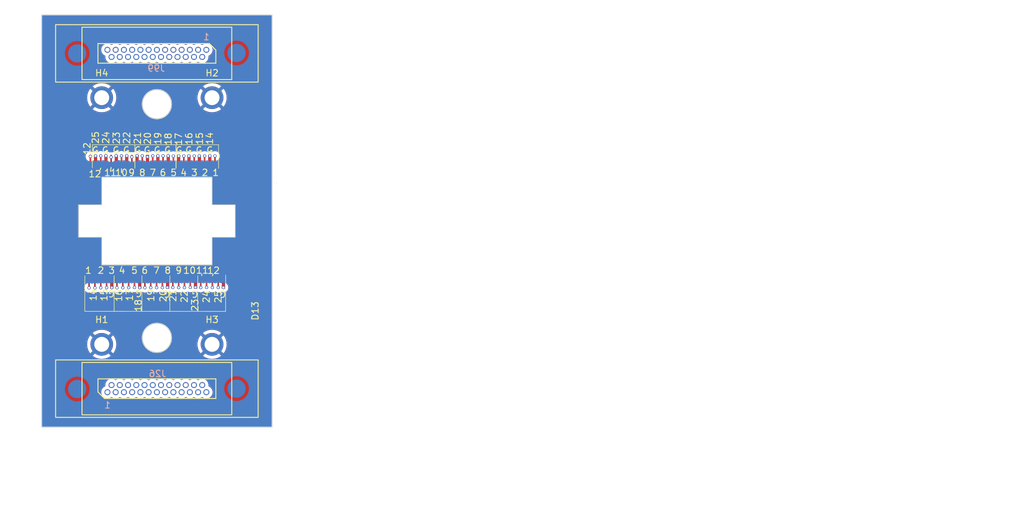
<source format=kicad_pcb>
(kicad_pcb (version 20221018) (generator pcbnew)
  (layers (0 "F.Cu" signal) (1 "In1.Cu" signal) (2 "In2.Cu" signal) (31 "B.Cu" signal) (34 "B.Paste" user) (35 "F.Paste" user) (36 "B.SilkS" user "B.Silkscreen") (37 "F.SilkS" user "F.Silkscreen") (38 "B.Mask" user) (39 "F.Mask" user) (44 "Edge.Cuts" user))
  (net 0 "")
  (net 1 "GND")
  (net 2 "Net-(J9-Pin_1)")
  (net 3 "Net-(J10-Pin_1)")
  (net 4 "Net-(J11-Pin_1)")
  (net 5 "Net-(J12-Pin_1)")
  (net 6 "Net-(D1-Pin_1)")
  (net 7 "Net-(D2-Pin_1)")
  (net 8 "Net-(D3-Pin_1)")
  (net 9 "Net-(D4-Pin_1)")
  (net 10 "Net-(D5-Pin_1)")
  (net 11 "Net-(D6-Pin_1)")
  (net 12 "Net-(D7-Pin_1)")
  (net 13 "Net-(D8-Pin_1)")
  (net 14 "Net-(D9-Pin_1)")
  (net 15 "Net-(D10-Pin_1)")
  (net 16 "Net-(D11-Pin_1)")
  (net 17 "Net-(D12-Pin_1)")
  (net 18 "Net-(D14-Pin_1)")
  (net 19 "Net-(D15-Pin_1)")
  (net 20 "Net-(D16-Pin_1)")
  (net 21 "Net-(D17-Pin_1)")
  (net 22 "Net-(D18-Pin_1)")
  (net 23 "Net-(D19-Pin_1)")
  (net 24 "Net-(D20-Pin_1)")
  (net 25 "Net-(D21-Pin_1)")
  (net 26 "Net-(D22-Pin_1)")
  (net 27 "Net-(D23-Pin_1)")
  (net 28 "Net-(D24-Pin_1)")
  (net 29 "Net-(D25-Pin_1)")
  (net 30 "Net-(D13-Pin_1)")
  (net 31 "Net-(J6-Pin_1)")
  (net 32 "Net-(J7-Pin_1)")
  (net 33 "Net-(J8-Pin_1)")
  (net 34 "Net-(J1-Pin_1)")
  (net 35 "Net-(J2-Pin_1)")
  (net 36 "Net-(J3-Pin_1)")
  (net 37 "Net-(J4-Pin_1)")
  (net 38 "Net-(J5-Pin_1)")
  (net 39 "Net-(J13-Pin_1)")
  (net 40 "Net-(J14-Pin_1)")
  (net 41 "Net-(J15-Pin_1)")
  (net 42 "Net-(J16-Pin_1)")
  (net 43 "Net-(J17-Pin_1)")
  (net 44 "Net-(J18-Pin_1)")
  (net 45 "Net-(J19-Pin_1)")
  (net 46 "Net-(J20-Pin_1)")
  (net 47 "Net-(J21-Pin_1)")
  (net 48 "Net-(J22-Pin_1)")
  (net 49 "Net-(J23-Pin_1)")
  (net 50 "Net-(J24-Pin_1)")
  (net 51 "Net-(J25-Pin_1)")
  (footprint "0_footprint_Library:SolderWirePad_1x01_SMD_0.5x2mm_1" (layer "F.Cu") (at 21.1 22.55 180)
    (fp_text reference "17" (at 0 3.425 270) (layer "F.SilkS"))
    (fp_text value "Conn_01x01_Socket")
    (pad "1" smd rect (at 0 0 180) (size 0.5 2) (layers "F.Cu" "F.Paste" "F.Mask") (net 43 "Net-(J17-Pin_1)"))
  )
  (footprint "0_footprint_Library:SolderWirePad_1x01_SMD_0.258x2mm" (layer "F.Cu") (at 20.3 22.55 180)
    (fp_text reference "5" (at -0.03 -1.75 180) (layer "F.SilkS"))
    (fp_text value "Conn_01x01_Socket")
    (pad "1" smd rect (at 0 0 180) (size 0.258 2) (layers "F.Cu" "F.Paste" "F.Mask") (net 38 "Net-(J5-Pin_1)"))
  )
  (footprint "0_footprint_Library:SolderWirePad_1x01_SMD_0.258x2mm" (layer "F.Cu") (at 24.5 41.175 180)
    (fp_text reference "11" (at -0.25 1.825 180) (layer "F.SilkS"))
    (fp_text value "Conn_01x01_Socket")
    (pad "1" smd rect (at 0 0 180) (size 0.258 2) (layers "F.Cu" "F.Paste" "F.Mask") (net 16 "Net-(D11-Pin_1)"))
  )
  (footprint "0_footprint_Library:SolderWirePad_1x01_SMD_0.5x2mm_1" (layer "F.Cu") (at 19.4 41.175 180)
    (fp_text reference "8" (at -0.02 1.815) (layer "F.SilkS"))
    (fp_text value "Conn_01x01_Socket")
    (pad "1" smd rect (at 0 0 180) (size 0.5 2) (layers "F.Cu" "F.Paste" "F.Mask") (net 13 "Net-(D8-Pin_1)"))
  )
  (footprint "0_footprint_Library:SolderWirePad_1x01_SMD_0.258x2mm" (layer "F.Cu") (at 22 41.175 180)
    (fp_text reference "22" (at 0.02 -2.205 270) (layer "F.SilkS"))
    (fp_text value "Conn_01x01_Socket")
    (pad "1" smd rect (at 0 0 180) (size 0.258 2) (layers "F.Cu" "F.Paste" "F.Mask") (net 26 "Net-(D22-Pin_1)"))
  )
  (footprint "0_footprint_Library:SolderWirePad_1x01_SMD_0.258x2mm" (layer "F.Cu") (at 8.2 41.175 180)
    (fp_text reference "14" (at 0.25 -1.945 270) (layer "F.SilkS"))
    (fp_text value "Conn_01x01_Socket")
    (pad "1" smd rect (at 0 0 180) (size 0.258 2) (layers "F.Cu" "F.Paste" "F.Mask") (net 18 "Net-(D14-Pin_1)"))
  )
  (footprint "0_footprint_Library:SolderWirePad_1x01_SMD_0.258x2mm" (layer "F.Cu") (at 15.9 41.175 180)
    (fp_text reference "6" (at 0.02 1.815 180) (layer "F.SilkS"))
    (fp_text value "Conn_01x01_Socket")
    (pad "1" smd rect (at 0 0 180) (size 0.258 2) (layers "F.Cu" "F.Paste" "F.Mask") (net 11 "Net-(D6-Pin_1)"))
  )
  (footprint "0_footprint_Library:SolderWirePad_1x01_SMD_0.258x2mm" (layer "F.Cu") (at 17.1 22.55)
    (fp_text reference "7" (at 0.03 1.75) (layer "F.SilkS"))
    (fp_text value "Conn_01x01_Socket")
    (pad "1" smd rect (at 0 0) (size 0.258 2) (layers "F.Cu" "F.Paste" "F.Mask") (net 32 "Net-(J7-Pin_1)"))
  )
  (footprint "0_footprint_Library:SolderWirePad_1x01_SMD_0.258x2mm" (layer "F.Cu") (at 10.7 22.55)
    (fp_text reference "11" (at -0.1 1.75) (layer "F.SilkS"))
    (fp_text value "Conn_01x01_Socket")
    (pad "1" smd rect (at 0 0) (size 0.258 2) (layers "F.Cu" "F.Paste" "F.Mask") (net 4 "Net-(J11-Pin_1)"))
  )
  (footprint "0_footprint_Library:SolderWirePad_1x01_SMD_0.5x2mm_1" (layer "F.Cu") (at 14.7 22.55 180)
    (fp_text reference "21" (at -0.08 3.57 270) (layer "F.SilkS"))
    (fp_text value "Conn_01x01_Socket")
    (pad "1" smd rect (at 0 0 180) (size 0.5 2) (layers "F.Cu" "F.Paste" "F.Mask") (net 47 "Net-(J21-Pin_1)"))
  )
  (footprint "0_footprint_Library:MountingHole_3mm_2-56_DIN965_Pad" (layer "F.Cu") (at 9.25 50.75)
    (fp_text reference "H1" (at 0 -3.8) (layer "F.SilkS"))
    (fp_text value "MountingHole_Pad")
    (pad "1" thru_hole circle (at 0 0) (size 3.5 3.5) (drill 2.3) (layers "*.Cu" "*.Mask") (net 1 "GND"))
  )
  (footprint "0_footprint_Library:SolderWirePad_1x01_SMD_0.258x2mm" (layer "F.Cu") (at 11.6 41.175 180)
    (fp_text reference "16" (at -0.28 -2.035 270) (layer "F.SilkS"))
    (fp_text value "Conn_01x01_Socket")
    (pad "1" smd rect (at 0 0 180) (size 0.258 2) (layers "F.Cu" "F.Paste" "F.Mask") (net 20 "Net-(D16-Pin_1)"))
  )
  (footprint "0_footprint_Library:SolderWirePad_1x01_SMD_0.5x2mm_1" (layer "F.Cu") (at 16.3 22.55)
    (fp_text reference "20" (at 0.02 -3.54 90) (layer "F.SilkS"))
    (fp_text value "Conn_01x01_Socket")
    (pad "1" smd rect (at 0 0) (size 0.5 2) (layers "F.Cu" "F.Paste" "F.Mask") (net 46 "Net-(J20-Pin_1)"))
  )
  (footprint "0_footprint_Library:SolderWirePad_1x01_SMD_0.258x2mm" (layer "F.Cu") (at 23.5 22.55 180)
    (fp_text reference "3" (at -0.03 -1.75 180) (layer "F.SilkS"))
    (fp_text value "Conn_01x01_Socket")
    (pad "1" smd rect (at 0 0 180) (size 0.258 2) (layers "F.Cu" "F.Paste" "F.Mask") (net 36 "Net-(J3-Pin_1)"))
  )
  (footprint "0_footprint_Library:MountingHole_3mm_2-56_DIN965_Pad" (layer "F.Cu") (at 9.25 12.75)
    (fp_text reference "H4" (at 0 -3.8) (layer "F.SilkS"))
    (fp_text value "MountingHole_Pad")
    (pad "1" thru_hole circle (at 0 0) (size 3.5 3.5) (drill 2.3) (layers "*.Cu" "*.Mask") (net 1 "GND"))
  )
  (footprint "0_footprint_Library:SolderWirePad_1x01_SMD_0.258x2mm" (layer "F.Cu") (at 13.9 22.55 180)
    (fp_text reference "9" (at 0.04 -1.75 180) (layer "F.SilkS"))
    (fp_text value "Conn_01x01_Socket")
    (pad "1" smd rect (at 0 0 180) (size 0.258 2) (layers "F.Cu" "F.Paste" "F.Mask") (net 2 "Net-(J9-Pin_1)"))
  )
  (footprint "0_footprint_Library:SolderWirePad_1x01_SMD_0.5x2mm_1" (layer "F.Cu") (at 24.3 22.55 180)
    (fp_text reference "15" (at -0.03 3.5 270) (layer "F.SilkS"))
    (fp_text value "Conn_01x01_Socket")
    (pad "1" smd rect (at 0 0 180) (size 0.5 2) (layers "F.Cu" "F.Paste" "F.Mask") (net 41 "Net-(J15-Pin_1)"))
  )
  (footprint "0_footprint_Library:SolderWirePad_1x01_SMD_0.258x2mm" (layer "F.Cu") (at 7.5 22.55)
    (fp_text reference "12" (at -0.5 -1.95 90) (layer "F.SilkS"))
    (fp_text value "Conn_01x01_Socket")
    (pad "1" smd rect (at 0 0) (size 0.258 2) (layers "F.Cu" "F.Paste" "F.Mask") (net 39 "Net-(J13-Pin_1)"))
  )
  (footprint "0_footprint_Library:SolderWirePad_1x01_SMD_0.5x2mm_1" (layer "F.Cu") (at 8.3 22.55)
    (fp_text reference "25" (at 0 -3.65 90) (layer "F.SilkS"))
    (fp_text value "Conn_01x01_Socket")
    (pad "1" smd rect (at 0 0) (size 0.5 2) (layers "F.Cu" "F.Paste" "F.Mask") (net 51 "Net-(J25-Pin_1)"))
  )
  (footprint "0_footprint_Library:MountingHole_3mm_2-56_DIN965_Pad" (layer "F.Cu") (at 26.25 50.75)
    (fp_text reference "H3" (at 0 -3.8) (layer "F.SilkS"))
    (fp_text value "MountingHole_Pad")
    (pad "1" thru_hole circle (at 0 0) (size 3.5 3.5) (drill 2.3) (layers "*.Cu" "*.Mask") (net 1 "GND"))
  )
  (footprint "0_footprint_Library:SolderWirePad_1x01_SMD_0.258x2mm" (layer "F.Cu") (at 14.3 41.175 180)
    (fp_text reference "5" (at 0.01 1.815) (layer "F.SilkS"))
    (fp_text value "Conn_01x01_Socket")
    (pad "1" smd rect (at 0 0 180) (size 0.258 2) (layers "F.Cu" "F.Paste" "F.Mask") (net 10 "Net-(D5-Pin_1)"))
  )
  (footprint "0_footprint_Library:SolderWirePad_1x01_SMD_0.258x2mm" (layer "F.Cu") (at 21.1 41.175 180)
    (fp_text reference "9" (at -0.01 1.815 180) (layer "F.SilkS"))
    (fp_text value "Conn_01x01_Socket")
    (pad "1" smd rect (at 0 0 180) (size 0.258 2) (layers "F.Cu" "F.Paste" "F.Mask") (net 14 "Net-(D9-Pin_1)"))
  )
  (footprint "0_footprint_Library:SolderWirePad_1x01_SMD_0.258x2mm" (layer "F.Cu") (at 12.5 41.175 180)
    (fp_text reference "4" (at 0.12 1.815 180) (layer "F.SilkS"))
    (fp_text value "Conn_01x01_Socket")
    (pad "1" smd rect (at 0 0 180) (size 0.258 2) (layers "F.Cu" "F.Paste" "F.Mask") (net 9 "Net-(D4-Pin_1)"))
  )
  (footprint "0_footprint_Library:SolderWirePad_1x01_SMD_0.258x2mm" (layer "F.Cu") (at 13.4 41.175 180)
    (fp_text reference "17" (at -0.14 -1.955 270) (layer "F.SilkS"))
    (fp_text value "Conn_01x01_Socket")
    (pad "1" smd rect (at 0 0 180) (size 0.258 2) (layers "F.Cu" "F.Paste" "F.Mask") (net 21 "Net-(D17-Pin_1)"))
  )
  (footprint "0_footprint_Library:SolderWirePad_1x01_SMD_0.258x2mm" (layer "F.Cu") (at 17.7 41.175 180)
    (fp_text reference "7" (at 0.01 1.815 180) (layer "F.SilkS"))
    (fp_text value "Conn_01x01_Socket")
    (pad "1" smd rect (at 0 0 180) (size 0.258 2) (layers "F.Cu" "F.Paste" "F.Mask") (net 12 "Net-(D7-Pin_1)"))
  )
  (footprint "0_footprint_Library:SolderWirePad_1x01_SMD_0.258x2mm" (layer "F.Cu") (at 16.8 41.175 180)
    (fp_text reference "19" (at -0.03 -2.035 270) (layer "F.SilkS"))
    (fp_text value "Conn_01x01_Socket")
    (pad "1" smd rect (at 0 0 180) (size 0.258 2) (layers "F.Cu" "F.Paste" "F.Mask") (net 23 "Net-(D19-Pin_1)"))
  )
  (footprint "0_footprint_Library:SolderWirePad_1x01_SMD_0.5x2mm_1" (layer "F.Cu") (at 10.8 41.175 180)
    (fp_text reference "3" (at 0.01 1.815 180) (layer "F.SilkS"))
    (fp_text value "Conn_01x01_Socket")
    (pad "1" smd rect (at 0 0 180) (size 0.5 2) (layers "F.Cu" "F.Paste" "F.Mask") (net 8 "Net-(D3-Pin_1)"))
  )
  (footprint "0_footprint_Library:SolderWirePad_1x01_SMD_0.258x2mm" (layer "F.Cu") (at 18.6 41.175 180)
    (fp_text reference "20" (at -0.13 -2.105 270) (layer "F.SilkS"))
    (fp_text value "Conn_01x01_Socket")
    (pad "1" smd rect (at 0 0 180) (size 0.258 2) (layers "F.Cu" "F.Paste" "F.Mask") (net 24 "Net-(D20-Pin_1)"))
  )
  (footprint "0_footprint_Library:SolderWirePad_1x01_SMD_0.258x2mm" (layer "F.Cu") (at 20.2 41.175 180)
    (fp_text reference "21" (at -0.03 -2.065 270) (layer "F.SilkS"))
    (fp_text value "Conn_01x01_Socket")
    (pad "1" smd rect (at 0 0 180) (size 0.258 2) (layers "F.Cu" "F.Paste" "F.Mask") (net 25 "Net-(D21-Pin_1)"))
  )
  (footprint "0_footprint_Library:SolderWirePad_1x01_SMD_0.258x2mm" (layer "F.Cu") (at 26.3 41.175 180)
    (fp_text reference "12" (at -0.17 1.795 180) (layer "F.SilkS"))
    (fp_text value "Conn_01x01_Socket")
    (pad "1" smd rect (at 0 0 180) (size 0.258 2) (layers "F.Cu" "F.Paste" "F.Mask") (net 17 "Net-(D12-Pin_1)"))
  )
  (footprint "0_footprint_Library:SolderWirePad_1x01_SMD_0.258x2mm" (layer "F.Cu") (at 21.9 22.55 180)
    (fp_text reference "4" (at 0.02 -1.75 180) (layer "F.SilkS"))
    (fp_text value "Conn_01x01_Socket")
    (pad "1" smd rect (at 0 0 180) (size 0.258 2) (layers "F.Cu" "F.Paste" "F.Mask") (net 37 "Net-(J4-Pin_1)"))
  )
  (footprint "0_footprint_Library:SolderWirePad_1x01_SMD_0.258x2mm" (layer "F.Cu") (at 9.1 41.175 180)
    (fp_text reference "2" (at -0.03 1.815 180) (layer "F.SilkS"))
    (fp_text value "Conn_01x01_Socket")
    (pad "1" smd rect (at 0 0 180) (size 0.258 2) (layers "F.Cu" "F.Paste" "F.Mask") (net 7 "Net-(D2-Pin_1)"))
  )
  (footprint "0_footprint_Library:SolderWirePad_1x01_SMD_0.258x2mm" (layer "F.Cu") (at 26.7 22.55 180)
    (fp_text reference "1" (at -0.1 -1.75 180) (layer "F.SilkS"))
    (fp_text value "Conn_01x01_Socket")
    (pad "1" smd rect (at 0 0 180) (size 0.258 2) (layers "F.Cu" "F.Paste" "F.Mask") (net 34 "Net-(J1-Pin_1)"))
  )
  (footprint "0_footprint_Library:SolderWirePad_1x01_SMD_0.5x2mm_1" (layer "F.Cu") (at 22.7 22.55 180)
    (fp_text reference "16" (at 0 3.475 270) (layer "F.SilkS"))
    (fp_text value "Conn_01x01_Socket")
    (pad "1" smd rect (at 0 0 180) (size 0.5 2) (layers "F.Cu" "F.Paste" "F.Mask") (net 42 "Net-(J16-Pin_1)"))
  )
  (footprint "0_footprint_Library:SolderWirePad_1x01_SMD_0.5x2mm_1" (layer "F.Cu") (at 25.9 22.55 180)
    (fp_text reference "14" (at 0.02 3.52 270) (layer "F.SilkS"))
    (fp_text value "Conn_01x01_Socket")
    (pad "1" smd rect (at 0 0 180) (size 0.5 2) (layers "F.Cu" "F.Paste" "F.Mask") (net 40 "Net-(J14-Pin_1)"))
  )
  (footprint "0_footprint_Library:SolderWirePad_1x01_SMD_0.258x2mm" (layer "F.Cu") (at 22.9 41.175 180)
    (fp_text reference "10" (at 0.11 1.815 180) (layer "F.SilkS"))
    (fp_text value "Conn_01x01_Socket")
    (pad "1" smd rect (at 0 0 180) (size 0.258 2) (layers "F.Cu" "F.Paste" "F.Mask") (net 15 "Net-(D10-Pin_1)"))
  )
  (footprint "0_footprint_Library:SolderWirePad_1x01_SMD_0.5x2mm_1" (layer "F.Cu") (at 19.5 22.55 180)
    (fp_text reference "18" (at 0 3.43 270) (layer "F.SilkS"))
    (fp_text value "Conn_01x01_Socket")
    (pad "1" smd rect (at 0 0 180) (size 0.5 2) (layers "F.Cu" "F.Paste" "F.Mask") (net 44 "Net-(J18-Pin_1)"))
  )
  (footprint "0_footprint_Library:SolderWirePad_1x01_SMD_0.5x2mm_1" (layer "F.Cu") (at 11.5 22.55 180)
    (fp_text reference "23" (at -0.03 3.59 270) (layer "F.SilkS"))
    (fp_text value "Conn_01x01_Socket")
    (pad "1" smd rect (at 0 0 180) (size 0.5 2) (layers "F.Cu" "F.Paste" "F.Mask") (net 49 "Net-(J23-Pin_1)"))
  )
  (footprint "0_footprint_Library:SolderWirePad_1x01_SMD_0.5x2mm_1" (layer "F.Cu") (at 9.9 22.55)
    (fp_text reference "24" (at 0 -3.65 90) (layer "F.SilkS"))
    (fp_text value "Conn_01x01_Socket")
    (pad "1" smd rect (at 0 0) (size 0.5 2) (layers "F.Cu" "F.Paste" "F.Mask") (net 50 "Net-(J24-Pin_1)"))
  )
  (footprint "0_footprint_Library:SolderWirePad_1x01_SMD_0.5x2mm_1" (layer "F.Cu") (at 17.9 22.55 180)
    (fp_text reference "19" (at -0.01 3.52 270) (layer "F.SilkS"))
    (fp_text value "Conn_01x01_Socket")
    (pad "1" smd rect (at 0 0 180) (size 0.5 2) (layers "F.Cu" "F.Paste" "F.Mask") (net 45 "Net-(J19-Pin_1)"))
  )
  (footprint "0_footprint_Library:SolderWirePad_1x01_SMD_0.258x2mm" (layer "F.Cu") (at 27.2 41.175 180)
    (fp_text reference "25" (at 0 -2.259 270) (layer "F.SilkS"))
    (fp_text value "Conn_01x01_Socket")
    (pad "1" smd rect (at 0 0 180) (size 0.258 2) (layers "F.Cu" "F.Paste" "F.Mask") (net 29 "Net-(D25-Pin_1)"))
  )
  (footprint "0_footprint_Library:SolderWirePad_1x01_SMD_0.258x2mm" (layer "F.Cu") (at 9.1 22.55)
    (fp_text reference "12" (at -0.9 1.95 180) (layer "F.SilkS"))
    (fp_text value "Conn_01x01_Socket")
    (pad "1" smd rect (at 0 0) (size 0.258 2) (layers "F.Cu" "F.Paste" "F.Mask") (net 5 "Net-(J12-Pin_1)"))
  )
  (footprint "0_footprint_Library:SolderWirePad_1x01_SMD_0.5x2mm_1" (layer "F.Cu") (at 23.7 41.175 180)
    (fp_text reference "23" (at 0.078 -3.529 270) (layer "F.SilkS"))
    (fp_text value "Conn_01x01_Socket")
    (pad "1" smd rect (at 0 0 180) (size 0.5 2) (layers "F.Cu" "F.Paste" "F.Mask") (net 27 "Net-(D23-Pin_1)"))
  )
  (footprint "0_footprint_Library:SolderWirePad_1x01_SMD_0.5x2mm_1" (layer "F.Cu") (at 28 41.175)
    (fp_text reference "D13" (at 4.9 4.42619 90) (layer "F.SilkS"))
    (fp_text value "Conn_01x01_Socket")
    (pad "1" smd rect (at 0 0) (size 0.5 2) (layers "F.Cu" "F.Paste" "F.Mask") (net 30 "Net-(D13-Pin_1)"))
  )
  (footprint "0_footprint_Library:SolderWirePad_1x01_SMD_0.5x2mm_1" (layer "F.Cu") (at 13.1 22.55 180)
    (fp_text reference "22" (at -0.02 3.6 270) (layer "F.SilkS"))
    (fp_text value "Conn_01x01_Socket")
    (pad "1" smd rect (at 0 0 180) (size 0.5 2) (layers "F.Cu" "F.Paste" "F.Mask") (net 48 "Net-(J22-Pin_1)"))
  )
  (footprint "0_footprint_Library:SolderWirePad_1x01_SMD_0.258x2mm" (layer "F.Cu") (at 7.3 41.175 180)
    (fp_text reference "1" (at 0.1 1.815 180) (layer "F.SilkS"))
    (fp_text value "Conn_01x01_Socket")
    (pad "1" smd rect (at 0 0 180) (size 0.258 2) (layers "F.Cu" "F.Paste" "F.Mask") (net 6 "Net-(D1-Pin_1)"))
  )
  (footprint "0_footprint_Library:SolderWirePad_1x01_SMD_0.258x2mm" (layer "F.Cu") (at 15.5 22.55 180)
    (fp_text reference "8" (at 0 -1.75 180) (layer "F.SilkS"))
    (fp_text value "Conn_01x01_Socket")
    (pad "1" smd rect (at 0 0 180) (size 0.258 2) (layers "F.Cu" "F.Paste" "F.Mask") (net 33 "Net-(J8-Pin_1)"))
  )
  (footprint "0_footprint_Library:SolderWirePad_1x01_SMD_0.258x2mm" (layer "F.Cu") (at 12.3 22.55 180)
    (fp_text reference "10" (at 0.01 -1.75 180) (layer "F.SilkS"))
    (fp_text value "Conn_01x01_Socket")
    (pad "1" smd rect (at 0 0 180) (size 0.258 2) (layers "F.Cu" "F.Paste" "F.Mask") (net 3 "Net-(J10-Pin_1)"))
  )
  (footprint "0_footprint_Library:SolderWirePad_1x01_SMD_0.258x2mm" (layer "F.Cu") (at 18.7 22.55 180)
    (fp_text reference "6" (at 0.02 -1.75 180) (layer "F.SilkS"))
    (fp_text value "Conn_01x01_Socket")
    (pad "1" smd rect (at 0 0 180) (size 0.258 2) (layers "F.Cu" "F.Paste" "F.Mask") (net 31 "Net-(J6-Pin_1)"))
  )
  (footprint "0_footprint_Library:SolderWirePad_1x01_SMD_0.258x2mm" (layer "F.Cu") (at 25.4 41.175 180)
    (fp_text reference "24" (at 0.03 -2.245 270) (layer "F.SilkS"))
    (fp_text value "Conn_01x01_Socket")
    (pad "1" smd rect (at 0 0 180) (size 0.258 2) (layers "F.Cu" "F.Paste" "F.Mask") (net 28 "Net-(D24-Pin_1)"))
  )
  (footprint "0_footprint_Library:SolderWirePad_1x01_SMD_0.5x2mm_1" (layer "F.Cu") (at 15.1 41.175 180)
    (fp_text reference "18" (at 0.21 -3.595 270) (layer "F.SilkS"))
    (fp_text value "Conn_01x01_Socket")
    (pad "1" smd rect (at 0 0 180) (size 0.5 2) (layers "F.Cu" "F.Paste" "F.Mask") (net 22 "Net-(D18-Pin_1)"))
  )
  (footprint "0_footprint_Library:SolderWirePad_1x01_SMD_0.258x2mm" (layer "F.Cu") (at 10 41.175 180)
    (fp_text reference "15" (at 0.38 -1.975 270) (layer "F.SilkS"))
    (fp_text value "Conn_01x01_Socket")
    (pad "1" smd rect (at 0 0 180) (size 0.258 2) (layers "F.Cu" "F.Paste" "F.Mask") (net 19 "Net-(D15-Pin_1)"))
  )
  (footprint "0_footprint_Library:MountingHole_3mm_2-56_DIN965_Pad" (layer "F.Cu") (at 26.25 12.75)
    (fp_text reference "H2" (at 0 -3.8) (layer "F.SilkS"))
    (fp_text value "MountingHole_Pad")
    (pad "1" thru_hole circle (at 0 0) (size 3.5 3.5) (drill 2.3) (layers "*.Cu" "*.Mask") (net 1 "GND"))
  )
  (footprint "0_footprint_Library:SolderWirePad_1x01_SMD_0.258x2mm" (layer "F.Cu") (at 25.1 22.55 180)
    (fp_text reference "2" (at -0.05 -1.75 180) (layer "F.SilkS"))
    (fp_text value "Conn_01x01_Socket")
    (pad "1" smd rect (at 0 0 180) (size 0.258 2) (layers "F.Cu" "F.Paste" "F.Mask") (net 35 "Net-(J2-Pin_1)"))
  )
  (footprint "0_footprint_Library:Norcomp-380-025-113L001-microd_Updated" (layer "B.Cu") (at 17.75 5.9245 180)
    (fp_text reference "J99" (at 0.1 -2.3) (layer "B.SilkS") (effects (justify mirror)))
    (fp_text value "DB25_Plug")
    (fp_text user "1" (at -7.62 2.54) (layer "B.SilkS") (effects (justify mirror)))
    (fp_line (start -9.08 -1.51) (end 9.08 -1.51) (stroke (width 0.15)) (layer "F.SilkS"))
    (fp_line (start -9.08 0.51) (end -9.08 -1.51) (stroke (width 0.15)) (layer "F.SilkS"))
    (fp_line (start -8.08 1.51) (end -9.08 0.51) (stroke (width 0.15)) (layer "F.SilkS"))
    (fp_line (start 9.08 -1.51) (end 9.08 1.51) (stroke (width 0.15)) (layer "F.SilkS"))
    (fp_line (start 9.08 1.51) (end -8.08 1.51) (stroke (width 0.15)) (layer "F.SilkS"))
    (pad "1" thru_hole oval (at -7.62 0.55 180) (size 0.92 0.92) (drill 0.61) (layers "*.Cu" "*.Mask") (net 34 "Net-(J1-Pin_1)"))
    (pad "2" thru_hole oval (at -6.35 0.55 180) (size 0.92 0.92) (drill 0.61) (layers "*.Cu" "*.Mask") (net 35 "Net-(J2-Pin_1)"))
    (pad "3" thru_hole oval (at -5.08 0.55 180) (size 0.92 0.92) (drill 0.61) (layers "*.Cu" "*.Mask") (net 36 "Net-(J3-Pin_1)"))
    (pad "4" thru_hole oval (at -3.81 0.55 180) (size 0.92 0.92) (drill 0.61) (layers "*.Cu" "*.Mask") (net 37 "Net-(J4-Pin_1)"))
    (pad "5" thru_hole oval (at -2.54 0.55 180) (size 0.92 0.92) (drill 0.61) (layers "*.Cu" "*.Mask") (net 38 "Net-(J5-Pin_1)"))
    (pad "6" thru_hole oval (at -1.27 0.55 180) (size 0.92 0.92) (drill 0.61) (layers "*.Cu" "*.Mask") (net 31 "Net-(J6-Pin_1)"))
    (pad "7" thru_hole oval (at 0 0.55 180) (size 0.92 0.92) (drill 0.61) (layers "*.Cu" "*.Mask") (net 32 "Net-(J7-Pin_1)"))
    (pad "8" thru_hole oval (at 1.27 0.55 180) (size 0.92 0.92) (drill 0.61) (layers "*.Cu" "*.Mask") (net 33 "Net-(J8-Pin_1)"))
    (pad "9" thru_hole oval (at 2.54 0.55 180) (size 0.92 0.92) (drill 0.61) (layers "*.Cu" "*.Mask") (net 2 "Net-(J9-Pin_1)"))
    (pad "10" thru_hole oval (at 3.81 0.55 180) (size 0.92 0.92) (drill 0.61) (layers "*.Cu" "*.Mask") (net 3 "Net-(J10-Pin_1)"))
    (pad "11" thru_hole oval (at 5.08 0.55 180) (size 0.92 0.92) (drill 0.61) (layers "*.Cu" "*.Mask") (net 4 "Net-(J11-Pin_1)"))
    (pad "12" thru_hole oval (at 6.35 0.55 180) (size 0.92 0.92) (drill 0.61) (layers "*.Cu" "*.Mask") (net 5 "Net-(J12-Pin_1)"))
    (pad "13" thru_hole oval (at 7.62 0.55 180) (size 0.92 0.92) (drill 0.61) (layers "*.Cu" "*.Mask") (net 39 "Net-(J13-Pin_1)"))
    (pad "14" thru_hole oval (at -6.985 -0.55 180) (size 0.92 0.92) (drill 0.61) (layers "*.Cu" "*.Mask") (net 40 "Net-(J14-Pin_1)"))
    (pad "15" thru_hole oval (at -5.715 -0.55 180) (size 0.92 0.92) (drill 0.61) (layers "*.Cu" "*.Mask") (net 41 "Net-(J15-Pin_1)"))
    (pad "16" thru_hole oval (at -4.445 -0.55 180) (size 0.92 0.92) (drill 0.61) (layers "*.Cu" "*.Mask") (net 42 "Net-(J16-Pin_1)"))
    (pad "17" thru_hole oval (at -3.175 -0.55 180) (size 0.92 0.92) (drill 0.61) (layers "*.Cu" "*.Mask") (net 43 "Net-(J17-Pin_1)"))
    (pad "18" thru_hole oval (at -1.905 -0.55 180) (size 0.92 0.92) (drill 0.61) (layers "*.Cu" "*.Mask") (net 44 "Net-(J18-Pin_1)"))
    (pad "19" thru_hole oval (at -0.635 -0.55 180) (size 0.92 0.92) (drill 0.61) (layers "*.Cu" "*.Mask") (net 45 "Net-(J19-Pin_1)"))
    (pad "20" thru_hole oval (at 0.635 -0.55 180) (size 0.92 0.92) (drill 0.61) (layers "*.Cu" "*.Mask") (net 46 "Net-(J20-Pin_1)"))
    (pad "21" thru_hole oval (at 1.905 -0.55 180) (size 0.92 0.92) (drill 0.61) (layers "*.Cu" "*.Mask") (net 47 "Net-(J21-Pin_1)"))
    (pad "22" thru_hole oval (at 3.175 -0.55 180) (size 0.92 0.92) (drill 0.61) (layers "*.Cu" "*.Mask") (net 48 "Net-(J22-Pin_1)"))
    (pad "23" thru_hole oval (at 4.445 -0.55 180) (size 0.92 0.92) (drill 0.61) (layers "*.Cu" "*.Mask") (net 49 "Net-(J23-Pin_1)"))
    (pad "24" thru_hole oval (at 5.715 -0.55 180) (size 0.92 0.92) (drill 0.61) (layers "*.Cu" "*.Mask") (net 50 "Net-(J24-Pin_1)"))
    (pad "25" thru_hole oval (at 6.985 -0.55 180) (size 0.92 0.92) (drill 0.61) (layers "*.Cu" "*.Mask") (net 51 "Net-(J25-Pin_1)"))
    (pad "GND" smd circle (at -12.275 0.06 180) (size 2.8 2.8) (layers "B.Cu" "B.Paste" "B.Mask"))
    (pad "GND" smd circle (at 12.275 0 180) (size 2.8 2.8) (layers "B.Cu" "B.Paste" "B.Mask"))
  )
  (footprint "0_footprint_Library:Norcomp-380-025-113L001-microd_Updated" (layer "B.Cu") (at 17.75 57.5745)
    (fp_text reference "J26" (at 0.1 -2.3 180) (layer "B.SilkS") (effects (justify mirror)))
    (fp_text value "DB25_Plug")
    (fp_text user "1" (at -7.62 2.54 180) (layer "B.SilkS") (effects (justify mirror)))
    (fp_line (start -9.08 -1.51) (end 9.08 -1.51) (stroke (width 0.15)) (layer "F.SilkS"))
    (fp_line (start -9.08 0.51) (end -9.08 -1.51) (stroke (width 0.15)) (layer "F.SilkS"))
    (fp_line (start -8.08 1.51) (end -9.08 0.51) (stroke (width 0.15)) (layer "F.SilkS"))
    (fp_line (start 9.08 -1.51) (end 9.08 1.51) (stroke (width 0.15)) (layer "F.SilkS"))
    (fp_line (start 9.08 1.51) (end -8.08 1.51) (stroke (width 0.15)) (layer "F.SilkS"))
    (pad "1" thru_hole oval (at -7.62 0.55) (size 0.92 0.92) (drill 0.61) (layers "*.Cu" "*.Mask") (net 6 "Net-(D1-Pin_1)"))
    (pad "2" thru_hole oval (at -6.35 0.55) (size 0.92 0.92) (drill 0.61) (layers "*.Cu" "*.Mask") (net 7 "Net-(D2-Pin_1)"))
    (pad "3" thru_hole oval (at -5.08 0.55) (size 0.92 0.92) (drill 0.61) (layers "*.Cu" "*.Mask") (net 8 "Net-(D3-Pin_1)"))
    (pad "4" thru_hole oval (at -3.81 0.55) (size 0.92 0.92) (drill 0.61) (layers "*.Cu" "*.Mask") (net 9 "Net-(D4-Pin_1)"))
    (pad "5" thru_hole oval (at -2.54 0.55) (size 0.92 0.92) (drill 0.61) (layers "*.Cu" "*.Mask") (net 10 "Net-(D5-Pin_1)"))
    (pad "6" thru_hole oval (at -1.27 0.55) (size 0.92 0.92) (drill 0.61) (layers "*.Cu" "*.Mask") (net 11 "Net-(D6-Pin_1)"))
    (pad "7" thru_hole oval (at 0 0.55) (size 0.92 0.92) (drill 0.61) (layers "*.Cu" "*.Mask") (net 12 "Net-(D7-Pin_1)"))
    (pad "8" thru_hole oval (at 1.27 0.55) (size 0.92 0.92) (drill 0.61) (layers "*.Cu" "*.Mask") (net 13 "Net-(D8-Pin_1)"))
    (pad "9" thru_hole oval (at 2.54 0.55) (size 0.92 0.92) (drill 0.61) (layers "*.Cu" "*.Mask") (net 14 "Net-(D9-Pin_1)"))
    (pad "10" thru_hole oval (at 3.81 0.55) (size 0.92 0.92) (drill 0.61) (layers "*.Cu" "*.Mask") (net 15 "Net-(D10-Pin_1)"))
    (pad "11" thru_hole oval (at 5.08 0.55) (size 0.92 0.92) (drill 0.61) (layers "*.Cu" "*.Mask") (net 16 "Net-(D11-Pin_1)"))
    (pad "12" thru_hole oval (at 6.35 0.55) (size 0.92 0.92) (drill 0.61) (layers "*.Cu" "*.Mask") (net 17 "Net-(D12-Pin_1)"))
    (pad "13" thru_hole oval (at 7.62 0.55) (size 0.92 0.92) (drill 0.61) (layers "*.Cu" "*.Mask") (net 30 "Net-(D13-Pin_1)"))
    (pad "14" thru_hole oval (at -6.985 -0.55) (size 0.92 0.92) (drill 0.61) (layers "*.Cu" "*.Mask") (net 18 "Net-(D14-Pin_1)"))
    (pad "15" thru_hole oval (at -5.715 -0.55) (size 0.92 0.92) (drill 0.61) (layers "*.Cu" "*.Mask") (net 19 "Net-(D15-Pin_1)"))
    (pad "16" thru_hole oval (at -4.445 -0.55) (size 0.92 0.92) (drill 0.61) (layers "*.Cu" "*.Mask") (net 20 "Net-(D16-Pin_1)"))
    (pad "17" thru_hole oval (at -3.175 -0.55) (size 0.92 0.92) (drill 0.61) (layers "*.Cu" "*.Mask") (net 21 "Net-(D17-Pin_1)"))
    (pad "18" thru_hole oval (at -1.905 -0.55) (size 0.92 0.92) (drill 0.61) (layers "*.Cu" "*.Mask") (net 22 "Net-(D18-Pin_1)"))
    (pad "19" thru_hole oval (at -0.635 -0.55) (size 0.92 0.92) (drill 0.61) (layers "*.Cu" "*.Mask") (net 23 "Net-(D19-Pin_1)"))
    (pad "20" thru_hole oval (at 0.635 -0.55) (size 0.92 0.92) (drill 0.61) (layers "*.Cu" "*.Mask") (net 24 "Net-(D20-Pin_1)"))
    (pad "21" thru_hole oval (at 1.905 -0.55) (size 0.92 0.92) (drill 0.61) (layers "*.Cu" "*.Mask") (net 25 "Net-(D21-Pin_1)"))
    (pad "22" thru_hole oval (at 3.175 -0.55) (size 0.92 0.92) (drill 0.61) (layers "*.Cu" "*.Mask") (net 26 "Net-(D22-Pin_1)"))
    (pad "23" thru_hole oval (at 4.445 -0.55) (size 0.92 0.92) (drill 0.61) (layers "*.Cu" "*.Mask") (net 27 "Net-(D23-Pin_1)"))
    (pad "24" thru_hole oval (at 5.715 -0.55) (size 0.92 0.92) (drill 0.61) (layers "*.Cu" "*.Mask") (net 28 "Net-(D24-Pin_1)"))
    (pad "25" thru_hole oval (at 6.985 -0.55) (size 0.92 0.92) (drill 0.61) (layers "*.Cu" "*.Mask") (net 29 "Net-(D25-Pin_1)"))
    (pad "GND" smd circle (at -12.275 0.06) (size 2.8 2.8) (layers "B.Cu" "B.Paste" "B.Mask"))
    (pad "GND" smd circle (at 12.275 0) (size 2.8 2.8) (layers "B.Cu" "B.Paste" "B.Mask"))
  )
  (gr_line (start 20.7 20) (end 27.25 20) (stroke (width 0.09)) (layer "F.SilkS"))
  (gr_line (start 7.8 20) (end 7.8 23.55) (stroke (width 0.09)) (layer "F.SilkS"))
  (gr_line (start 24.04 45.66) (end 24.05 40.175) (stroke (width 0.09)) (layer "F.SilkS"))
  (gr_line (start 20.7 20) (end 20.7 23.65) (stroke (width 0.09)) (layer "F.SilkS"))
  (gr_rect (start 6.215 1.891) (end 29.285 9.958) (stroke (width 0.15)) (fill none) (layer "F.SilkS"))
  (gr_line (start 11.1625 45.66) (end 6.6375 45.66) (stroke (width 0.09)) (layer "F.SilkS"))
  (gr_rect (start 2.15 53.15) (end 33.35 62) (stroke (width 0.15)) (fill none) (layer "F.SilkS"))
  (gr_line (start 11.1625 45.66) (end 11.175 40.175) (stroke (width 0.09)) (layer "F.SilkS"))
  (gr_line (start 19.75 45.665) (end 19.75 40.175) (stroke (width 0.09)) (layer "F.SilkS"))
  (gr_line (start 15.445086 45.665755) (end 15.45 40.175) (stroke (width 0.09)) (layer "F.SilkS"))
  (gr_line (start 10.7 23.5) (end 10.6 24.1) (stroke (width 0.15)) (layer "F.SilkS"))
  (gr_line (start 9.1 23.6) (end 9 23.9) (stroke (width 0.15)) (layer "F.SilkS"))
  (gr_line (start 26.4 39.96) (end 26.31 40.18) (stroke (width 0.15)) (layer "F.SilkS"))
  (gr_line (start 20.7 20) (end 20.7 23.55) (stroke (width 0.09)) (layer "F.SilkS"))
  (gr_line (start 14.35 20) (end 14.35 23.65) (stroke (width 0.09)) (layer "F.SilkS"))
  (gr_rect (start 6.215 53.541) (end 29.285 61.608) (stroke (width 0.15)) (fill none) (layer "F.SilkS"))
  (gr_line (start 12.3 23.7) (end 12.3 24.3) (stroke (width 0.15)) (layer "F.SilkS"))
  (gr_line (start 28.3375 45.67) (end 28.35 40.075) (stroke (width 0.09)) (layer "F.SilkS"))
  (gr_line (start 14.35 20) (end 14.35 23.55) (stroke (width 0.09)) (layer "F.SilkS"))
  (gr_line (start 28.3375 45.67) (end 11.1625 45.66) (stroke (width 0.09)) (layer "F.SilkS"))
  (gr_line (start 14.15 20) (end 20.7 20) (stroke (width 0.09)) (layer "F.SilkS"))
  (gr_line (start 27.25 20) (end 27.25 23.65) (stroke (width 0.09)) (layer "F.SilkS"))
  (gr_rect (start 2.15 1.5) (end 33.35 10.35) (stroke (width 0.15)) (fill none) (layer "F.SilkS"))
  (gr_line (start 11.175 43.825) (end 11.175 40.175) (stroke (width 0.09)) (layer "F.SilkS"))
  (gr_line (start 6.6375 45.66) (end 6.65 40.175) (stroke (width 0.09)) (layer "F.SilkS"))
  (gr_line (start 24.68 39.94) (end 24.66 40.16) (stroke (width 0.15)) (layer "F.SilkS"))
  (gr_line (start 7.8 20) (end 14.35 20) (stroke (width 0.09)) (layer "F.SilkS"))
  (gr_line (start 0 63.5) (end 35.5 63.5) (stroke (width 0.1)) (layer "Edge.Cuts"))
  (gr_circle (center 17.75 49.75) (end 20 49.75) (stroke (width 0.15)) (fill none) (layer "Edge.Cuts"))
  (gr_line (start 9.25 34.25) (end 5.68 34.25) (stroke (width 0.1)) (layer "Edge.Cuts"))
  (gr_line (start 29.82 34.25) (end 26.25 34.25) (stroke (width 0.1)) (layer "Edge.Cuts"))
  (gr_line (start 35.5 63.5) (end 35.5 0) (stroke (width 0.1)) (layer "Edge.Cuts"))
  (gr_circle (center 17.75 13.75) (end 20 13.75) (stroke (width 0.15)) (fill none) (layer "Edge.Cuts"))
  (gr_line (start 9.25 25) (end 9.25 29.25) (stroke (width 0.1)) (layer "Edge.Cuts"))
  (gr_line (start 26.25 29.25) (end 29.82 29.25) (stroke (width 0.1)) (layer "Edge.Cuts"))
  (gr_line (start 9.25 38.5) (end 26.25 38.5) (stroke (width 0.1)) (layer "Edge.Cuts"))
  (gr_line (start 0 0) (end 35.5 0) (stroke (width 0.1)) (layer "Edge.Cuts"))
  (gr_line (start 29.82 29.25) (end 29.82 34.25) (stroke (width 0.1)) (layer "Edge.Cuts"))
  (gr_line (start 9.25 25) (end 26.25 25) (stroke (width 0.1)) (layer "Edge.Cuts"))
  (gr_line (start 0 63.5) (end 0 0) (stroke (width 0.1)) (layer "Edge.Cuts"))
  (gr_line (start 9.25 34.25) (end 9.25 38.5) (stroke (width 0.1)) (layer "Edge.Cuts"))
  (gr_line (start 26.25 38.5) (end 26.25 34.25) (stroke (width 0.1)) (layer "Edge.Cuts"))
  (gr_line (start 26.25 29.25) (end 26.25 25) (stroke (width 0.1)) (layer "Edge.Cuts"))
  (gr_line (start 36.185 25.905) (end 36.185 25.905) (stroke (width 0.1)) (layer "Edge.Cuts"))
  (gr_line (start 5.68 29.25) (end 5.68 34.25) (stroke (width 0.1)) (layer "Edge.Cuts"))
  (gr_line (start 5.68 29.25) (end 9.25 29.25) (stroke (width 0.1)) (layer "Edge.Cuts"))
  (gr_text "G" (at 13.05 20.85) (layer "F.SilkS") (effects (font (size 1 1) (thickness 0.153))))
  (gr_text "G" (at 24.25 20.85) (layer "F.SilkS") (effects (font (size 1 1) (thickness 0.153))))
  (gr_text "G" (at 25.9 20.85) (layer "F.SilkS") (effects (font (size 1 1) (thickness 0.153))))
  (gr_text "G" (at 19.4 20.85) (layer "F.SilkS") (effects (font (size 1 1) (thickness 0.153))))
  (gr_text "G" (at 14.8 20.84) (layer "F.SilkS") (effects (font (size 1 1) (thickness 0.153))))
  (gr_text "G" (at 8.27 20.85) (layer "F.SilkS") (effects (font (size 1 1) (thickness 0.153))))
  (gr_text "G" (at 10.73 42.91 180) (layer "F.SilkS") (effects (font (size 1 1) (thickness 0.153))))
  (gr_text "G" (at 21.16 20.85) (layer "F.SilkS") (effects (font (size 1 1) (thickness 0.153))))
  (gr_text "G" (at 11.45 20.85) (layer "F.SilkS") (effects (font (size 1 1) (thickness 0.153))))
  (gr_text "G" (at 17.8 20.85) (layer "F.SilkS") (effects (font (size 1 1) (thickness 0.153))))
  (gr_text "G" (at 22.65 20.85) (layer "F.SilkS") (effects (font (size 1 1) (thickness 0.153))))
  (gr_text "G" (at 23.6 42.975 180) (layer "F.SilkS") (effects (font (size 1 1) (thickness 0.153))))
  (gr_text "G" (at 9.8 20.85) (layer "F.SilkS") (effects (font (size 1 1) (thickness 0.153))))
  (gr_text "G" (at 19.3 42.975 180) (layer "F.SilkS") (effects (font (size 1 1) (thickness 0.153))))
  (gr_text "G" (at 27.9 42.975 180) (layer "F.SilkS") (effects (font (size 1 1) (thickness 0.153))))
  (gr_text "G" (at 16.25 20.85) (layer "F.SilkS") (effects (font (size 1 1) (thickness 0.153))))
  (gr_text "G" (at 14.95 42.875 180) (layer "F.SilkS") (effects (font (size 1 1) (thickness 0.153))))
  (via (at 13.89 21.88) (size 0.5) (drill 0.3) (layers "F.Cu" "B.Cu") (net 2))
  (via (at 12.3 21.71) (size 0.5) (drill 0.3) (layers "F.Cu" "B.Cu") (net 3))
  (via (at 10.7 21.91) (size 0.5) (drill 0.3) (layers "F.Cu" "B.Cu") (net 4))
  (via (at 9.1 21.71) (size 0.5) (drill 0.3) (layers "F.Cu" "B.Cu") (net 5))
  (via (at 7.3 42.05) (size 0.5) (drill 0.3) (layers "F.Cu" "B.Cu") (net 6))
  (via (at 9.1 42.03) (size 0.5) (drill 0.3) (layers "F.Cu" "B.Cu") (net 7))
  (via (at 10.8 42.01) (size 0.5) (drill 0.3) (layers "F.Cu" "B.Cu") (net 8))
  (via (at 12.5 42.02) (size 0.5) (drill 0.3) (layers "F.Cu" "B.Cu") (net 9))
  (via (at 14.3 41.99) (size 0.5) (drill 0.3) (layers "F.Cu" "B.Cu") (net 10))
  (via (at 15.9 42.02) (size 0.5) (drill 0.3) (layers "F.Cu" "B.Cu") (net 11))
  (via (at 17.7 42.01) (size 0.5) (drill 0.3) (layers "F.Cu" "B.Cu") (net 12))
  (via (at 19.37 41.98) (size 0.5) (drill 0.3) (layers "F.Cu" "B.Cu") (net 13))
  (via (at 21.1 42) (size 0.5) (drill 0.3) (layers "F.Cu" "B.Cu") (net 14))
  (via (at 22.9 41.98) (size 0.5) (drill 0.3) (layers "F.Cu" "B.Cu") (net 15))
  (via (at 24.5 42) (size 0.5) (drill 0.3) (layers "F.Cu" "B.Cu") (net 16))
  (via (at 26.3 42) (size 0.5) (drill 0.3) (layers "F.Cu" "B.Cu") (net 17))
  (via (at 8.21 42.05) (size 0.5) (drill 0.3) (layers "F.Cu" "B.Cu") (net 18))
  (via (at 10 42.02) (size 0.5) (drill 0.3) (layers "F.Cu" "B.Cu") (net 19))
  (via (at 11.6 42.03) (size 0.5) (drill 0.3) (layers "F.Cu" "B.Cu") (net 20))
  (via (at 13.4 42) (size 0.5) (drill 0.3) (layers "F.Cu" "B.Cu") (net 21))
  (via (at 15.1 42.01) (size 0.5) (drill 0.3) (layers "F.Cu" "B.Cu") (net 22))
  (via (at 16.8 42.01) (size 0.5) (drill 0.3) (layers "F.Cu" "B.Cu") (net 23))
  (via (at 18.6 42.01) (size 0.5) (drill 0.3) (layers "F.Cu" "B.Cu") (net 24))
  (via (at 20.2 41.99) (size 0.5) (drill 0.3) (layers "F.Cu" "B.Cu") (net 25))
  (via (at 22 42) (size 0.5) (drill 0.3) (layers "F.Cu" "B.Cu") (net 26))
  (via (at 23.7 41.97) (size 0.5) (drill 0.3) (layers "F.Cu" "B.Cu") (net 27))
  (via (at 25.4 41.98) (size 0.5) (drill 0.3) (layers "F.Cu" "B.Cu") (net 28))
  (via (at 27.21 41.99) (size 0.5) (drill 0.3) (layers "F.Cu" "B.Cu") (net 29))
  (via (at 28 42) (size 0.5) (drill 0.3) (layers "F.Cu" "B.Cu") (net 30))
  (via (at 18.7 21.72) (size 0.5) (drill 0.3) (layers "F.Cu" "B.Cu") (net 31))
  (via (at 17.11 21.71) (size 0.5) (drill 0.3) (layers "F.Cu" "B.Cu") (net 32))
  (via (at 15.5 21.71) (size 0.5) (drill 0.3) (layers "F.Cu" "B.Cu") (net 33))
  (via (at 26.7 21.73) (size 0.5) (drill 0.3) (layers "F.Cu" "B.Cu") (net 34))
  (via (at 25.11 21.73) (size 0.5) (drill 0.3) (layers "F.Cu" "B.Cu") (net 35))
  (via (at 23.5 21.73) (size 0.5) (drill 0.3) (layers "F.Cu" "B.Cu") (net 36))
  (via (at 21.9 21.73) (size 0.5) (drill 0.3) (layers "F.Cu" "B.Cu") (net 37))
  (via (at 20.28 21.74) (size 0.5) (drill 0.3) (layers "F.Cu" "B.Cu") (net 38))
  (via (at 7.51 21.8) (size 0.5) (drill 0.3) (layers "F.Cu" "B.Cu") (net 39))
  (via (at 25.9 21.73) (size 0.5) (drill 0.3) (layers "F.Cu" "B.Cu") (net 40))
  (via (at 24.29 21.73) (size 0.5) (drill 0.3) (layers "F.Cu" "B.Cu") (net 41))
  (via (at 22.67 21.73) (size 0.5) (drill 0.3) (layers "F.Cu" "B.Cu") (net 42))
  (via (at 21.11 21.74) (size 0.5) (drill 0.3) (layers "F.Cu" "B.Cu") (net 43))
  (via (at 19.5 21.72) (size 0.5) (drill 0.3) (layers "F.Cu" "B.Cu") (net 44))
  (via (at 17.9 21.72) (size 0.5) (drill 0.3) (layers "F.Cu" "B.Cu") (net 45))
  (via (at 16.3 21.87) (size 0.5) (drill 0.3) (layers "F.Cu" "B.Cu") (net 46))
  (via (at 14.7 21.7) (size 0.5) (drill 0.3) (layers "F.Cu" "B.Cu") (net 47))
  (via (at 13.1 21.72) (size 0.5) (drill 0.3) (layers "F.Cu" "B.Cu") (net 48))
  (via (at 11.48 21.71) (size 0.5) (drill 0.3) (layers "F.Cu" "B.Cu") (net 49))
  (via (at 9.9 21.71) (size 0.5) (drill 0.3) (layers "F.Cu" "B.Cu") (net 50))
  (via (at 8.3 21.73) (size 0.5) (drill 0.3) (layers "F.Cu" "B.Cu") (net 51))
  (zone (net 1) (net_name "GND") (layers "F.Cu" "In1.Cu" "In2.Cu" "B.Cu") (priority 1) (connect_pads (clearance 0.5)) (min_thickness 0.25) (fill yes (thermal_gap 0.5) (thermal_bridge_width 0.5))
    (polygon (pts (xy -5.5 -2.3) (xy 38.6 -2.2) (xy 39.1 65.1) (xy -6.42 65.19)))
  )
)
</source>
